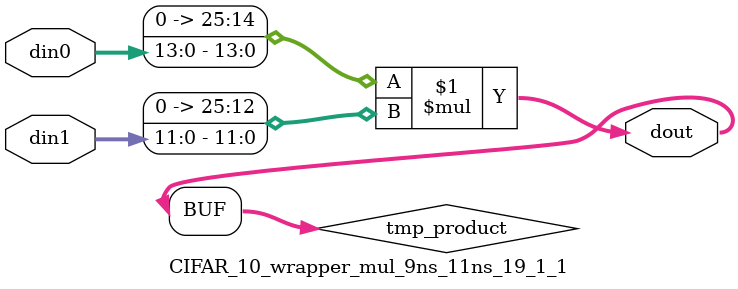
<source format=v>

`timescale 1 ns / 1 ps

  module CIFAR_10_wrapper_mul_9ns_11ns_19_1_1(din0, din1, dout);
parameter ID = 1;
parameter NUM_STAGE = 0;
parameter din0_WIDTH = 14;
parameter din1_WIDTH = 12;
parameter dout_WIDTH = 26;

input [din0_WIDTH - 1 : 0] din0; 
input [din1_WIDTH - 1 : 0] din1; 
output [dout_WIDTH - 1 : 0] dout;

wire signed [dout_WIDTH - 1 : 0] tmp_product;










assign tmp_product = $signed({1'b0, din0}) * $signed({1'b0, din1});











assign dout = tmp_product;







endmodule

</source>
